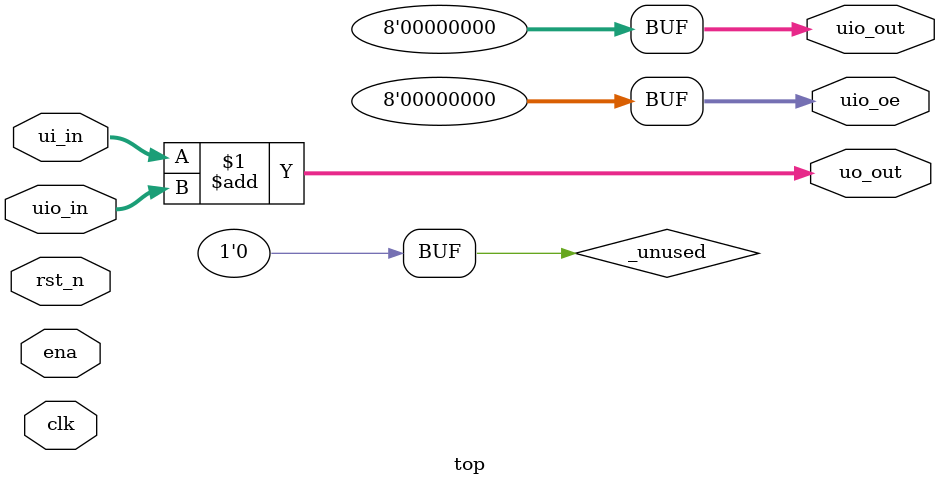
<source format=v>
/*
 * Copyright (c) 2024 Your Name
 * SPDX-License-Identifier: Apache-2.0
 */

`default_nettype none

module top (
    input  wire [7:0] ui_in,    // Dedicated inputs
    output wire [7:0] uo_out,   // Dedicated outputs
    input  wire [7:0] uio_in,   // IOs: Input path
    output wire [7:0] uio_out,  // IOs: Output path
    output wire [7:0] uio_oe,   // IOs: Enable path (active high: 0=input, 1=output)
    input  wire       ena,      // always 1 when the design is powered, so you can ignore it
    input  wire       clk,      // clock
    input  wire       rst_n     // reset_n - low to reset
);

  // All output pins must be assigned. If not used, assign to 0.
  assign uo_out  = ui_in + uio_in;  // Example: ou_out is the sum of ui_in and uio_in
  assign uio_out = 0;
  assign uio_oe  = 0;

  // List all unused inputs to prevent warnings
  wire _unused = &{ena, clk, rst_n, 1'b0};

endmodule

</source>
